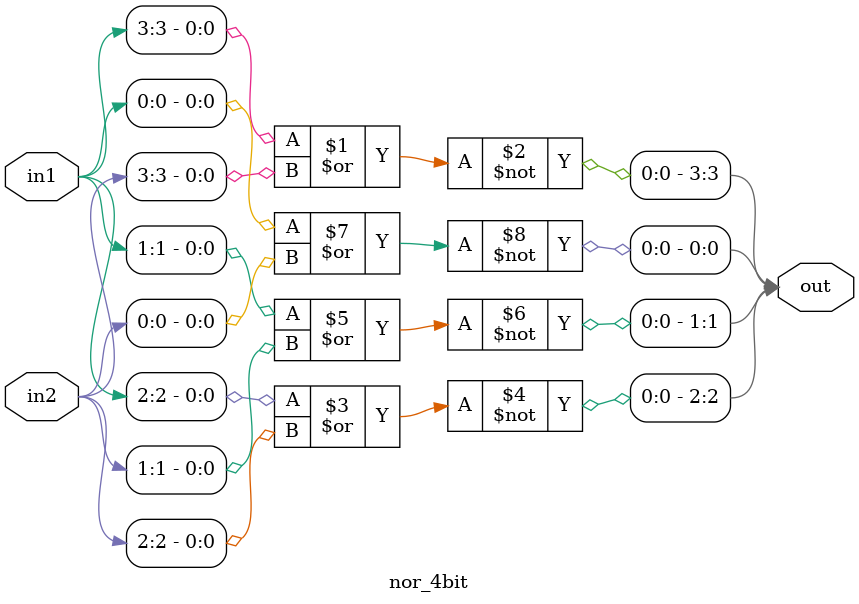
<source format=v>
module nor_4bit(out,in1,in2);
input [3:0] in1, in2;
output [3:0] out;

nor t1(out[3], in1[3], in2[3]);
nor t2(out[2], in1[2], in2[2]);
nor t3(out[1], in1[1], in2[1]);
nor t4(out[0], in1[0], in2[0]);
	 
endmodule
</source>
